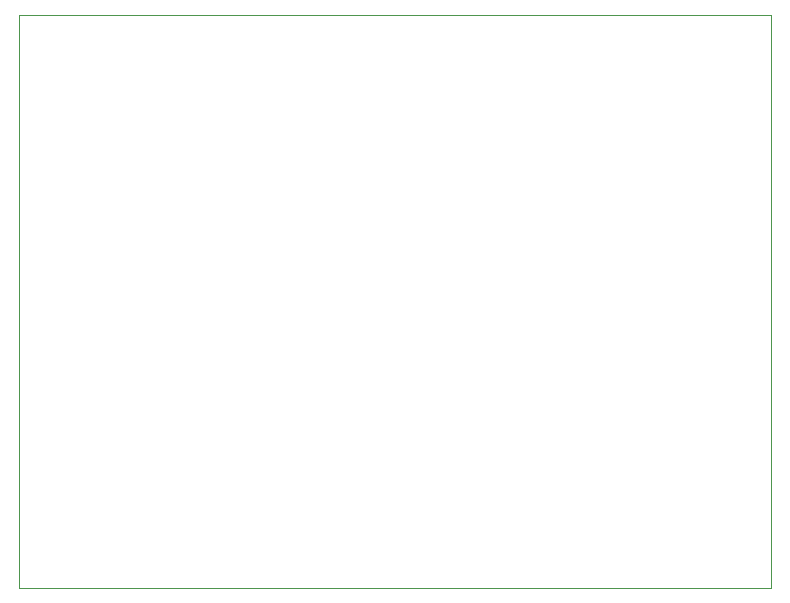
<source format=gbr>
G04 (created by PCBNEW (22-Jun-2014 BZR 4027)-stable) date Sun 04 Dec 2016 05:28:58 PM CST*
%MOIN*%
G04 Gerber Fmt 3.4, Leading zero omitted, Abs format*
%FSLAX34Y34*%
G01*
G70*
G90*
G04 APERTURE LIST*
%ADD10C,0.00590551*%
%ADD11C,0.00393701*%
G04 APERTURE END LIST*
G54D10*
G54D11*
X51435Y-53680D02*
X51435Y-34590D01*
X76472Y-53680D02*
X51435Y-53680D01*
X76472Y-34584D02*
X76472Y-53680D01*
X51436Y-34584D02*
X76472Y-34584D01*
M02*

</source>
